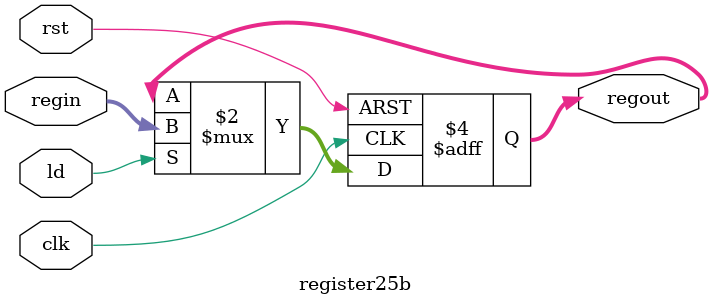
<source format=v>
`timescale 1ns/1ns
module register25b(clk, rst, ld, regin, regout);
  
  parameter N = 25;
  input clk;
  input rst;
  input ld;
  input [N - 1:0] regin;
  output reg [N - 1:0] regout;
  
	always @ (posedge clk, posedge rst) begin
		if (rst)
			regout <= 0;
		else	begin
			if (ld)
				regout <= regin;
		end
	end
endmodule

</source>
